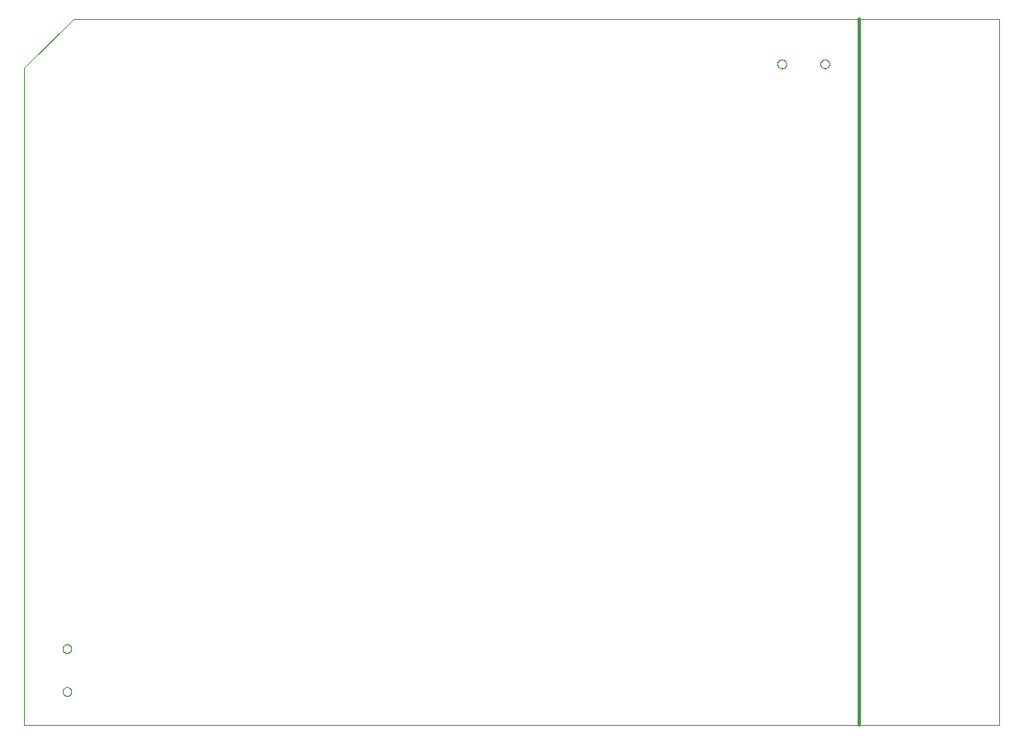
<source format=gko>
G75*
%MOIN*%
%OFA0B0*%
%FSLAX25Y25*%
%IPPOS*%
%LPD*%
%AMOC8*
5,1,8,0,0,1.08239X$1,22.5*
%
%ADD10C,0.00000*%
%ADD11C,0.01200*%
D10*
X0007350Y0002825D02*
X0007350Y0267340D01*
X0027035Y0287025D01*
X0399962Y0287025D01*
X0399962Y0002825D01*
X0007350Y0002825D01*
X0022728Y0016214D02*
X0022730Y0016298D01*
X0022736Y0016381D01*
X0022746Y0016464D01*
X0022760Y0016547D01*
X0022777Y0016629D01*
X0022799Y0016710D01*
X0022824Y0016789D01*
X0022853Y0016868D01*
X0022886Y0016945D01*
X0022922Y0017020D01*
X0022962Y0017094D01*
X0023005Y0017166D01*
X0023052Y0017235D01*
X0023102Y0017302D01*
X0023155Y0017367D01*
X0023211Y0017429D01*
X0023269Y0017489D01*
X0023331Y0017546D01*
X0023395Y0017599D01*
X0023462Y0017650D01*
X0023531Y0017697D01*
X0023602Y0017742D01*
X0023675Y0017782D01*
X0023750Y0017819D01*
X0023827Y0017853D01*
X0023905Y0017883D01*
X0023984Y0017909D01*
X0024065Y0017932D01*
X0024147Y0017950D01*
X0024229Y0017965D01*
X0024312Y0017976D01*
X0024395Y0017983D01*
X0024479Y0017986D01*
X0024563Y0017985D01*
X0024646Y0017980D01*
X0024730Y0017971D01*
X0024812Y0017958D01*
X0024894Y0017942D01*
X0024975Y0017921D01*
X0025056Y0017897D01*
X0025134Y0017869D01*
X0025212Y0017837D01*
X0025288Y0017801D01*
X0025362Y0017762D01*
X0025434Y0017720D01*
X0025504Y0017674D01*
X0025572Y0017625D01*
X0025637Y0017573D01*
X0025700Y0017518D01*
X0025760Y0017460D01*
X0025818Y0017399D01*
X0025872Y0017335D01*
X0025924Y0017269D01*
X0025972Y0017201D01*
X0026017Y0017130D01*
X0026058Y0017057D01*
X0026097Y0016983D01*
X0026131Y0016907D01*
X0026162Y0016829D01*
X0026189Y0016750D01*
X0026213Y0016669D01*
X0026232Y0016588D01*
X0026248Y0016506D01*
X0026260Y0016423D01*
X0026268Y0016339D01*
X0026272Y0016256D01*
X0026272Y0016172D01*
X0026268Y0016089D01*
X0026260Y0016005D01*
X0026248Y0015922D01*
X0026232Y0015840D01*
X0026213Y0015759D01*
X0026189Y0015678D01*
X0026162Y0015599D01*
X0026131Y0015521D01*
X0026097Y0015445D01*
X0026058Y0015371D01*
X0026017Y0015298D01*
X0025972Y0015227D01*
X0025924Y0015159D01*
X0025872Y0015093D01*
X0025818Y0015029D01*
X0025760Y0014968D01*
X0025700Y0014910D01*
X0025637Y0014855D01*
X0025572Y0014803D01*
X0025504Y0014754D01*
X0025434Y0014708D01*
X0025362Y0014666D01*
X0025288Y0014627D01*
X0025212Y0014591D01*
X0025134Y0014559D01*
X0025056Y0014531D01*
X0024975Y0014507D01*
X0024894Y0014486D01*
X0024812Y0014470D01*
X0024730Y0014457D01*
X0024646Y0014448D01*
X0024563Y0014443D01*
X0024479Y0014442D01*
X0024395Y0014445D01*
X0024312Y0014452D01*
X0024229Y0014463D01*
X0024147Y0014478D01*
X0024065Y0014496D01*
X0023984Y0014519D01*
X0023905Y0014545D01*
X0023827Y0014575D01*
X0023750Y0014609D01*
X0023675Y0014646D01*
X0023602Y0014686D01*
X0023531Y0014731D01*
X0023462Y0014778D01*
X0023395Y0014829D01*
X0023331Y0014882D01*
X0023269Y0014939D01*
X0023211Y0014999D01*
X0023155Y0015061D01*
X0023102Y0015126D01*
X0023052Y0015193D01*
X0023005Y0015262D01*
X0022962Y0015334D01*
X0022922Y0015408D01*
X0022886Y0015483D01*
X0022853Y0015560D01*
X0022824Y0015639D01*
X0022799Y0015718D01*
X0022777Y0015799D01*
X0022760Y0015881D01*
X0022746Y0015964D01*
X0022736Y0016047D01*
X0022730Y0016130D01*
X0022728Y0016214D01*
X0022728Y0033536D02*
X0022730Y0033620D01*
X0022736Y0033703D01*
X0022746Y0033786D01*
X0022760Y0033869D01*
X0022777Y0033951D01*
X0022799Y0034032D01*
X0022824Y0034111D01*
X0022853Y0034190D01*
X0022886Y0034267D01*
X0022922Y0034342D01*
X0022962Y0034416D01*
X0023005Y0034488D01*
X0023052Y0034557D01*
X0023102Y0034624D01*
X0023155Y0034689D01*
X0023211Y0034751D01*
X0023269Y0034811D01*
X0023331Y0034868D01*
X0023395Y0034921D01*
X0023462Y0034972D01*
X0023531Y0035019D01*
X0023602Y0035064D01*
X0023675Y0035104D01*
X0023750Y0035141D01*
X0023827Y0035175D01*
X0023905Y0035205D01*
X0023984Y0035231D01*
X0024065Y0035254D01*
X0024147Y0035272D01*
X0024229Y0035287D01*
X0024312Y0035298D01*
X0024395Y0035305D01*
X0024479Y0035308D01*
X0024563Y0035307D01*
X0024646Y0035302D01*
X0024730Y0035293D01*
X0024812Y0035280D01*
X0024894Y0035264D01*
X0024975Y0035243D01*
X0025056Y0035219D01*
X0025134Y0035191D01*
X0025212Y0035159D01*
X0025288Y0035123D01*
X0025362Y0035084D01*
X0025434Y0035042D01*
X0025504Y0034996D01*
X0025572Y0034947D01*
X0025637Y0034895D01*
X0025700Y0034840D01*
X0025760Y0034782D01*
X0025818Y0034721D01*
X0025872Y0034657D01*
X0025924Y0034591D01*
X0025972Y0034523D01*
X0026017Y0034452D01*
X0026058Y0034379D01*
X0026097Y0034305D01*
X0026131Y0034229D01*
X0026162Y0034151D01*
X0026189Y0034072D01*
X0026213Y0033991D01*
X0026232Y0033910D01*
X0026248Y0033828D01*
X0026260Y0033745D01*
X0026268Y0033661D01*
X0026272Y0033578D01*
X0026272Y0033494D01*
X0026268Y0033411D01*
X0026260Y0033327D01*
X0026248Y0033244D01*
X0026232Y0033162D01*
X0026213Y0033081D01*
X0026189Y0033000D01*
X0026162Y0032921D01*
X0026131Y0032843D01*
X0026097Y0032767D01*
X0026058Y0032693D01*
X0026017Y0032620D01*
X0025972Y0032549D01*
X0025924Y0032481D01*
X0025872Y0032415D01*
X0025818Y0032351D01*
X0025760Y0032290D01*
X0025700Y0032232D01*
X0025637Y0032177D01*
X0025572Y0032125D01*
X0025504Y0032076D01*
X0025434Y0032030D01*
X0025362Y0031988D01*
X0025288Y0031949D01*
X0025212Y0031913D01*
X0025134Y0031881D01*
X0025056Y0031853D01*
X0024975Y0031829D01*
X0024894Y0031808D01*
X0024812Y0031792D01*
X0024730Y0031779D01*
X0024646Y0031770D01*
X0024563Y0031765D01*
X0024479Y0031764D01*
X0024395Y0031767D01*
X0024312Y0031774D01*
X0024229Y0031785D01*
X0024147Y0031800D01*
X0024065Y0031818D01*
X0023984Y0031841D01*
X0023905Y0031867D01*
X0023827Y0031897D01*
X0023750Y0031931D01*
X0023675Y0031968D01*
X0023602Y0032008D01*
X0023531Y0032053D01*
X0023462Y0032100D01*
X0023395Y0032151D01*
X0023331Y0032204D01*
X0023269Y0032261D01*
X0023211Y0032321D01*
X0023155Y0032383D01*
X0023102Y0032448D01*
X0023052Y0032515D01*
X0023005Y0032584D01*
X0022962Y0032656D01*
X0022922Y0032730D01*
X0022886Y0032805D01*
X0022853Y0032882D01*
X0022824Y0032961D01*
X0022799Y0033040D01*
X0022777Y0033121D01*
X0022760Y0033203D01*
X0022746Y0033286D01*
X0022736Y0033369D01*
X0022730Y0033452D01*
X0022728Y0033536D01*
X0310592Y0269025D02*
X0310594Y0269109D01*
X0310600Y0269192D01*
X0310610Y0269275D01*
X0310624Y0269358D01*
X0310641Y0269440D01*
X0310663Y0269521D01*
X0310688Y0269600D01*
X0310717Y0269679D01*
X0310750Y0269756D01*
X0310786Y0269831D01*
X0310826Y0269905D01*
X0310869Y0269977D01*
X0310916Y0270046D01*
X0310966Y0270113D01*
X0311019Y0270178D01*
X0311075Y0270240D01*
X0311133Y0270300D01*
X0311195Y0270357D01*
X0311259Y0270410D01*
X0311326Y0270461D01*
X0311395Y0270508D01*
X0311466Y0270553D01*
X0311539Y0270593D01*
X0311614Y0270630D01*
X0311691Y0270664D01*
X0311769Y0270694D01*
X0311848Y0270720D01*
X0311929Y0270743D01*
X0312011Y0270761D01*
X0312093Y0270776D01*
X0312176Y0270787D01*
X0312259Y0270794D01*
X0312343Y0270797D01*
X0312427Y0270796D01*
X0312510Y0270791D01*
X0312594Y0270782D01*
X0312676Y0270769D01*
X0312758Y0270753D01*
X0312839Y0270732D01*
X0312920Y0270708D01*
X0312998Y0270680D01*
X0313076Y0270648D01*
X0313152Y0270612D01*
X0313226Y0270573D01*
X0313298Y0270531D01*
X0313368Y0270485D01*
X0313436Y0270436D01*
X0313501Y0270384D01*
X0313564Y0270329D01*
X0313624Y0270271D01*
X0313682Y0270210D01*
X0313736Y0270146D01*
X0313788Y0270080D01*
X0313836Y0270012D01*
X0313881Y0269941D01*
X0313922Y0269868D01*
X0313961Y0269794D01*
X0313995Y0269718D01*
X0314026Y0269640D01*
X0314053Y0269561D01*
X0314077Y0269480D01*
X0314096Y0269399D01*
X0314112Y0269317D01*
X0314124Y0269234D01*
X0314132Y0269150D01*
X0314136Y0269067D01*
X0314136Y0268983D01*
X0314132Y0268900D01*
X0314124Y0268816D01*
X0314112Y0268733D01*
X0314096Y0268651D01*
X0314077Y0268570D01*
X0314053Y0268489D01*
X0314026Y0268410D01*
X0313995Y0268332D01*
X0313961Y0268256D01*
X0313922Y0268182D01*
X0313881Y0268109D01*
X0313836Y0268038D01*
X0313788Y0267970D01*
X0313736Y0267904D01*
X0313682Y0267840D01*
X0313624Y0267779D01*
X0313564Y0267721D01*
X0313501Y0267666D01*
X0313436Y0267614D01*
X0313368Y0267565D01*
X0313298Y0267519D01*
X0313226Y0267477D01*
X0313152Y0267438D01*
X0313076Y0267402D01*
X0312998Y0267370D01*
X0312920Y0267342D01*
X0312839Y0267318D01*
X0312758Y0267297D01*
X0312676Y0267281D01*
X0312594Y0267268D01*
X0312510Y0267259D01*
X0312427Y0267254D01*
X0312343Y0267253D01*
X0312259Y0267256D01*
X0312176Y0267263D01*
X0312093Y0267274D01*
X0312011Y0267289D01*
X0311929Y0267307D01*
X0311848Y0267330D01*
X0311769Y0267356D01*
X0311691Y0267386D01*
X0311614Y0267420D01*
X0311539Y0267457D01*
X0311466Y0267497D01*
X0311395Y0267542D01*
X0311326Y0267589D01*
X0311259Y0267640D01*
X0311195Y0267693D01*
X0311133Y0267750D01*
X0311075Y0267810D01*
X0311019Y0267872D01*
X0310966Y0267937D01*
X0310916Y0268004D01*
X0310869Y0268073D01*
X0310826Y0268145D01*
X0310786Y0268219D01*
X0310750Y0268294D01*
X0310717Y0268371D01*
X0310688Y0268450D01*
X0310663Y0268529D01*
X0310641Y0268610D01*
X0310624Y0268692D01*
X0310610Y0268775D01*
X0310600Y0268858D01*
X0310594Y0268941D01*
X0310592Y0269025D01*
X0327914Y0269025D02*
X0327916Y0269109D01*
X0327922Y0269192D01*
X0327932Y0269275D01*
X0327946Y0269358D01*
X0327963Y0269440D01*
X0327985Y0269521D01*
X0328010Y0269600D01*
X0328039Y0269679D01*
X0328072Y0269756D01*
X0328108Y0269831D01*
X0328148Y0269905D01*
X0328191Y0269977D01*
X0328238Y0270046D01*
X0328288Y0270113D01*
X0328341Y0270178D01*
X0328397Y0270240D01*
X0328455Y0270300D01*
X0328517Y0270357D01*
X0328581Y0270410D01*
X0328648Y0270461D01*
X0328717Y0270508D01*
X0328788Y0270553D01*
X0328861Y0270593D01*
X0328936Y0270630D01*
X0329013Y0270664D01*
X0329091Y0270694D01*
X0329170Y0270720D01*
X0329251Y0270743D01*
X0329333Y0270761D01*
X0329415Y0270776D01*
X0329498Y0270787D01*
X0329581Y0270794D01*
X0329665Y0270797D01*
X0329749Y0270796D01*
X0329832Y0270791D01*
X0329916Y0270782D01*
X0329998Y0270769D01*
X0330080Y0270753D01*
X0330161Y0270732D01*
X0330242Y0270708D01*
X0330320Y0270680D01*
X0330398Y0270648D01*
X0330474Y0270612D01*
X0330548Y0270573D01*
X0330620Y0270531D01*
X0330690Y0270485D01*
X0330758Y0270436D01*
X0330823Y0270384D01*
X0330886Y0270329D01*
X0330946Y0270271D01*
X0331004Y0270210D01*
X0331058Y0270146D01*
X0331110Y0270080D01*
X0331158Y0270012D01*
X0331203Y0269941D01*
X0331244Y0269868D01*
X0331283Y0269794D01*
X0331317Y0269718D01*
X0331348Y0269640D01*
X0331375Y0269561D01*
X0331399Y0269480D01*
X0331418Y0269399D01*
X0331434Y0269317D01*
X0331446Y0269234D01*
X0331454Y0269150D01*
X0331458Y0269067D01*
X0331458Y0268983D01*
X0331454Y0268900D01*
X0331446Y0268816D01*
X0331434Y0268733D01*
X0331418Y0268651D01*
X0331399Y0268570D01*
X0331375Y0268489D01*
X0331348Y0268410D01*
X0331317Y0268332D01*
X0331283Y0268256D01*
X0331244Y0268182D01*
X0331203Y0268109D01*
X0331158Y0268038D01*
X0331110Y0267970D01*
X0331058Y0267904D01*
X0331004Y0267840D01*
X0330946Y0267779D01*
X0330886Y0267721D01*
X0330823Y0267666D01*
X0330758Y0267614D01*
X0330690Y0267565D01*
X0330620Y0267519D01*
X0330548Y0267477D01*
X0330474Y0267438D01*
X0330398Y0267402D01*
X0330320Y0267370D01*
X0330242Y0267342D01*
X0330161Y0267318D01*
X0330080Y0267297D01*
X0329998Y0267281D01*
X0329916Y0267268D01*
X0329832Y0267259D01*
X0329749Y0267254D01*
X0329665Y0267253D01*
X0329581Y0267256D01*
X0329498Y0267263D01*
X0329415Y0267274D01*
X0329333Y0267289D01*
X0329251Y0267307D01*
X0329170Y0267330D01*
X0329091Y0267356D01*
X0329013Y0267386D01*
X0328936Y0267420D01*
X0328861Y0267457D01*
X0328788Y0267497D01*
X0328717Y0267542D01*
X0328648Y0267589D01*
X0328581Y0267640D01*
X0328517Y0267693D01*
X0328455Y0267750D01*
X0328397Y0267810D01*
X0328341Y0267872D01*
X0328288Y0267937D01*
X0328238Y0268004D01*
X0328191Y0268073D01*
X0328148Y0268145D01*
X0328108Y0268219D01*
X0328072Y0268294D01*
X0328039Y0268371D01*
X0328010Y0268450D01*
X0327985Y0268529D01*
X0327963Y0268610D01*
X0327946Y0268692D01*
X0327932Y0268775D01*
X0327922Y0268858D01*
X0327916Y0268941D01*
X0327914Y0269025D01*
D11*
X0343613Y0287025D02*
X0343613Y0002825D01*
M02*

</source>
